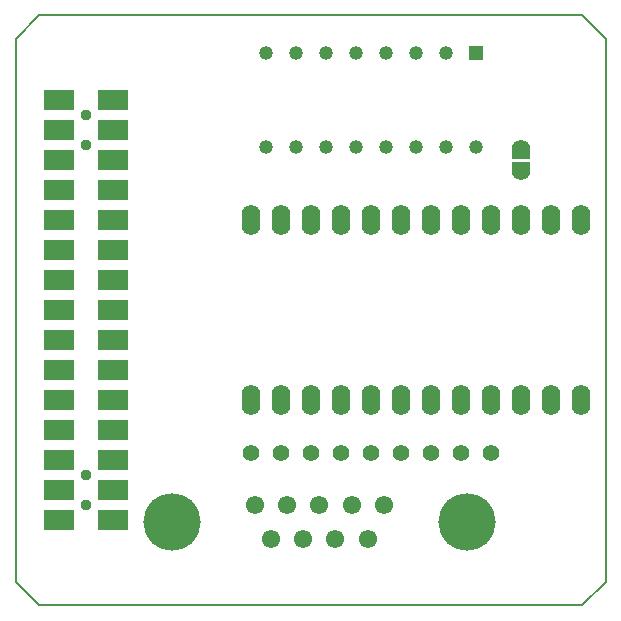
<source format=gbr>
G04 DesignSpark PCB PRO Gerber Version 10.0 Build 5299*
G04 #@! TF.Part,Single*
G04 #@! TF.FileFunction,Soldermask,Top*
G04 #@! TF.FilePolarity,Negative*
%FSLAX35Y35*%
%MOIN*%
G04 #@! TA.AperFunction,SMDPad,CuDef*
%AMT126*0 Bullet Pad at angle 0*21,1,0.06200,0.03100,0,0,0*%
%ADD126T126*%
G04 #@! TA.AperFunction,ComponentPad*
%ADD71O,0.06200X0.10137*%
%ADD134R,0.04649X0.04649*%
G04 #@! TD.AperFunction*
%ADD10C,0.00500*%
G04 #@! TA.AperFunction,ComponentPad*
%ADD18C,0.03743*%
%ADD135C,0.04649*%
%ADD129C,0.05476*%
%ADD16C,0.06106*%
G04 #@! TA.AperFunction,SMDPad,CuDef*
%ADD125C,0.06200*%
G04 #@! TA.AperFunction,ComponentPad*
%ADD17C,0.19098*%
G04 #@! TA.AperFunction,SMDPad,CuDef*
%ADD19R,0.10436X0.06893*%
%AMT128*0 Bullet Pad at angle 180*21,1,0.06200,0.03100,0,0,180*%
%ADD128T128*%
G04 #@! TD.AperFunction*
X0Y0D02*
D02*
D10*
X225801Y311839D02*
X233675Y303965D01*
Y122863D01*
X225801Y114989D01*
X44699D01*
X36825Y122863D01*
Y303965D01*
X44699Y311839D01*
X225801D01*
D02*
D16*
X116500Y148414D03*
X121894Y137233D03*
X127287Y148414D03*
X132681Y137233D03*
X138075Y148414D03*
X143469Y137233D03*
X148862Y148414D03*
X154256Y137233D03*
X159650Y148414D03*
D02*
D17*
X88882Y142823D03*
X187268D03*
D02*
D18*
X60250Y148414D03*
Y158414D03*
Y268414D03*
Y278414D03*
D02*
D19*
X51195Y143414D03*
Y153414D03*
Y163414D03*
Y173414D03*
Y183414D03*
Y193414D03*
Y203414D03*
Y213414D03*
Y223414D03*
Y233414D03*
Y243414D03*
Y253414D03*
Y263414D03*
Y273414D03*
Y283414D03*
X69305Y143414D03*
Y153414D03*
Y163414D03*
Y173414D03*
Y183414D03*
Y193414D03*
Y203414D03*
Y213414D03*
Y223414D03*
Y233414D03*
Y243414D03*
Y253414D03*
Y263414D03*
Y273414D03*
Y283414D03*
D02*
D71*
X115250Y183414D03*
Y243414D03*
X125250Y183414D03*
Y243414D03*
X135250Y183414D03*
Y243414D03*
X145250Y183414D03*
Y243414D03*
X155250Y183414D03*
Y243414D03*
X165250Y183414D03*
Y243414D03*
X175250Y183414D03*
Y243414D03*
X185250Y183414D03*
Y243414D03*
X195250Y183414D03*
Y243414D03*
X205250Y183414D03*
Y243414D03*
X215250Y183414D03*
Y243414D03*
X225250Y183414D03*
Y243414D03*
D02*
D126*
X205250Y265614D03*
D02*
D125*
Y267164D03*
D02*
D128*
Y261214D03*
D02*
D125*
Y259664D03*
D02*
D129*
X115250Y165914D03*
X125250D03*
X135250D03*
X145250D03*
X155250D03*
X165250D03*
X175250D03*
X185250D03*
X195250D03*
D02*
D134*
X190250Y299044D03*
D02*
D135*
X120250Y267784D03*
Y299044D03*
X130250Y267784D03*
Y299044D03*
X140250Y267784D03*
Y299044D03*
X150250Y267784D03*
Y299044D03*
X160250Y267784D03*
Y299044D03*
X170250Y267784D03*
Y299044D03*
X180250Y267784D03*
Y299044D03*
X190250Y267784D03*
X0Y0D02*
M02*

</source>
